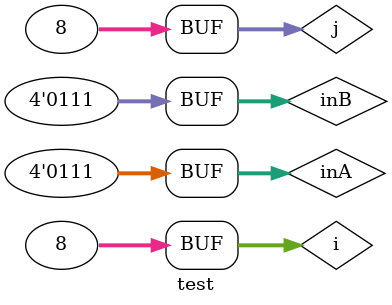
<source format=v>
module test;
	reg[3:0]inA, inB;
	
	wire[6:0]out;
	
	wire [3:0]adderOut;
	
	integer i, j;
	
	fourBitFullAdder FA0(.inA(inA), .inB(inB), .out(adderOut));
	
	fourBitBCD BCD0(.in(adderOut), .out(out));
	
	initial begin
		for(i=0; i<8; i=i+1)begin
			for(j=0; j<8; j=j+1)begin
				inA=i; inB=j;#1;
			end
		end	
	end
	
	initial begin
		$monitor("%d, %d, %b", inA, inB, out);
	end
	
endmodule
</source>
